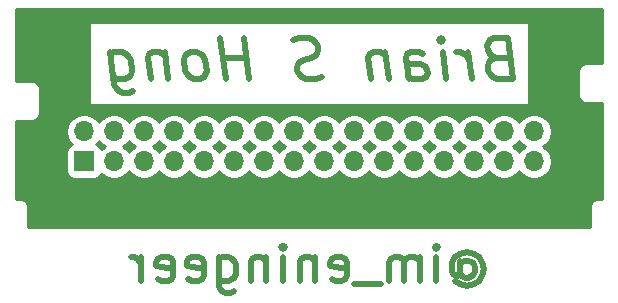
<source format=gbr>
G04 #@! TF.GenerationSoftware,KiCad,Pcbnew,5.1.5-52549c5~84~ubuntu18.04.1*
G04 #@! TF.CreationDate,2020-01-08T15:02:31-08:00*
G04 #@! TF.ProjectId,Breakout,42726561-6b6f-4757-942e-6b696361645f,A*
G04 #@! TF.SameCoordinates,Original*
G04 #@! TF.FileFunction,Copper,L2,Bot*
G04 #@! TF.FilePolarity,Positive*
%FSLAX46Y46*%
G04 Gerber Fmt 4.6, Leading zero omitted, Abs format (unit mm)*
G04 Created by KiCad (PCBNEW 5.1.5-52549c5~84~ubuntu18.04.1) date 2020-01-08 15:02:31*
%MOMM*%
%LPD*%
G04 APERTURE LIST*
%ADD10C,0.500000*%
%ADD11O,1.700000X1.700000*%
%ADD12R,1.700000X1.700000*%
%ADD13C,0.254000*%
G04 APERTURE END LIST*
D10*
X152485714Y-98228571D02*
X152628571Y-98085714D01*
X152914285Y-97942857D01*
X153200000Y-97942857D01*
X153485714Y-98085714D01*
X153628571Y-98228571D01*
X153771428Y-98514285D01*
X153771428Y-98800000D01*
X153628571Y-99085714D01*
X153485714Y-99228571D01*
X153200000Y-99371428D01*
X152914285Y-99371428D01*
X152628571Y-99228571D01*
X152485714Y-99085714D01*
X152485714Y-97942857D02*
X152485714Y-99085714D01*
X152342857Y-99228571D01*
X152200000Y-99228571D01*
X151914285Y-99085714D01*
X151771428Y-98800000D01*
X151771428Y-98085714D01*
X152057142Y-97657142D01*
X152485714Y-97371428D01*
X153057142Y-97228571D01*
X153628571Y-97371428D01*
X154057142Y-97657142D01*
X154342857Y-98085714D01*
X154485714Y-98657142D01*
X154342857Y-99228571D01*
X154057142Y-99657142D01*
X153628571Y-99942857D01*
X153057142Y-100085714D01*
X152485714Y-99942857D01*
X152057142Y-99657142D01*
X150485714Y-99657142D02*
X150485714Y-97657142D01*
X150485714Y-96657142D02*
X150628571Y-96800000D01*
X150485714Y-96942857D01*
X150342857Y-96800000D01*
X150485714Y-96657142D01*
X150485714Y-96942857D01*
X149057142Y-99657142D02*
X149057142Y-97657142D01*
X149057142Y-97942857D02*
X148914285Y-97800000D01*
X148628571Y-97657142D01*
X148200000Y-97657142D01*
X147914285Y-97800000D01*
X147771428Y-98085714D01*
X147771428Y-99657142D01*
X147771428Y-98085714D02*
X147628571Y-97800000D01*
X147342857Y-97657142D01*
X146914285Y-97657142D01*
X146628571Y-97800000D01*
X146485714Y-98085714D01*
X146485714Y-99657142D01*
X145771428Y-99942857D02*
X143485714Y-99942857D01*
X141628571Y-99514285D02*
X141914285Y-99657142D01*
X142485714Y-99657142D01*
X142771428Y-99514285D01*
X142914285Y-99228571D01*
X142914285Y-98085714D01*
X142771428Y-97800000D01*
X142485714Y-97657142D01*
X141914285Y-97657142D01*
X141628571Y-97800000D01*
X141485714Y-98085714D01*
X141485714Y-98371428D01*
X142914285Y-98657142D01*
X140200000Y-97657142D02*
X140200000Y-99657142D01*
X140200000Y-97942857D02*
X140057142Y-97800000D01*
X139771428Y-97657142D01*
X139342857Y-97657142D01*
X139057142Y-97800000D01*
X138914285Y-98085714D01*
X138914285Y-99657142D01*
X137485714Y-99657142D02*
X137485714Y-97657142D01*
X137485714Y-96657142D02*
X137628571Y-96800000D01*
X137485714Y-96942857D01*
X137342857Y-96800000D01*
X137485714Y-96657142D01*
X137485714Y-96942857D01*
X136057142Y-97657142D02*
X136057142Y-99657142D01*
X136057142Y-97942857D02*
X135914285Y-97800000D01*
X135628571Y-97657142D01*
X135200000Y-97657142D01*
X134914285Y-97800000D01*
X134771428Y-98085714D01*
X134771428Y-99657142D01*
X132057142Y-97657142D02*
X132057142Y-100085714D01*
X132199999Y-100371428D01*
X132342857Y-100514285D01*
X132628571Y-100657142D01*
X133057142Y-100657142D01*
X133342857Y-100514285D01*
X132057142Y-99514285D02*
X132342857Y-99657142D01*
X132914285Y-99657142D01*
X133199999Y-99514285D01*
X133342857Y-99371428D01*
X133485714Y-99085714D01*
X133485714Y-98228571D01*
X133342857Y-97942857D01*
X133199999Y-97800000D01*
X132914285Y-97657142D01*
X132342857Y-97657142D01*
X132057142Y-97800000D01*
X129485714Y-99514285D02*
X129771428Y-99657142D01*
X130342857Y-99657142D01*
X130628571Y-99514285D01*
X130771428Y-99228571D01*
X130771428Y-98085714D01*
X130628571Y-97800000D01*
X130342857Y-97657142D01*
X129771428Y-97657142D01*
X129485714Y-97800000D01*
X129342857Y-98085714D01*
X129342857Y-98371428D01*
X130771428Y-98657142D01*
X126914285Y-99514285D02*
X127199999Y-99657142D01*
X127771428Y-99657142D01*
X128057142Y-99514285D01*
X128199999Y-99228571D01*
X128199999Y-98085714D01*
X128057142Y-97800000D01*
X127771428Y-97657142D01*
X127199999Y-97657142D01*
X126914285Y-97800000D01*
X126771428Y-98085714D01*
X126771428Y-98371428D01*
X128199999Y-98657142D01*
X125485714Y-99657142D02*
X125485714Y-97657142D01*
X125485714Y-98228571D02*
X125342857Y-97942857D01*
X125199999Y-97800000D01*
X124914285Y-97657142D01*
X124628571Y-97657142D01*
X155568750Y-80750000D02*
X155089583Y-80916666D01*
X154943750Y-81083333D01*
X154818750Y-81416666D01*
X154881250Y-81916666D01*
X155089583Y-82250000D01*
X155277083Y-82416666D01*
X155631250Y-82583333D01*
X156964583Y-82583333D01*
X156527083Y-79083333D01*
X155360416Y-79083333D01*
X155047916Y-79250000D01*
X154902083Y-79416666D01*
X154777083Y-79750000D01*
X154818750Y-80083333D01*
X155027083Y-80416666D01*
X155214583Y-80583333D01*
X155568750Y-80750000D01*
X156735416Y-80750000D01*
X153464583Y-82583333D02*
X153172916Y-80250000D01*
X153256250Y-80916666D02*
X153047916Y-80583333D01*
X152860416Y-80416666D01*
X152506250Y-80250000D01*
X152172916Y-80250000D01*
X151297916Y-82583333D02*
X151006250Y-80250000D01*
X150860416Y-79083333D02*
X151047916Y-79250000D01*
X150902083Y-79416666D01*
X150714583Y-79250000D01*
X150860416Y-79083333D01*
X150902083Y-79416666D01*
X148131250Y-82583333D02*
X147902083Y-80750000D01*
X148027083Y-80416666D01*
X148339583Y-80250000D01*
X149006250Y-80250000D01*
X149360416Y-80416666D01*
X148110416Y-82416666D02*
X148464583Y-82583333D01*
X149297916Y-82583333D01*
X149610416Y-82416666D01*
X149735416Y-82083333D01*
X149693750Y-81750000D01*
X149485416Y-81416666D01*
X149131250Y-81250000D01*
X148297916Y-81250000D01*
X147943750Y-81083333D01*
X146172916Y-80250000D02*
X146464583Y-82583333D01*
X146214583Y-80583333D02*
X146027083Y-80416666D01*
X145672916Y-80250000D01*
X145172916Y-80250000D01*
X144860416Y-80416666D01*
X144735416Y-80750000D01*
X144964583Y-82583333D01*
X140777083Y-82416666D02*
X140297916Y-82583333D01*
X139464583Y-82583333D01*
X139110416Y-82416666D01*
X138922916Y-82250000D01*
X138714583Y-81916666D01*
X138672916Y-81583333D01*
X138797916Y-81250000D01*
X138943750Y-81083333D01*
X139256250Y-80916666D01*
X139902083Y-80750000D01*
X140214583Y-80583333D01*
X140360416Y-80416666D01*
X140485416Y-80083333D01*
X140443750Y-79750000D01*
X140235416Y-79416666D01*
X140047916Y-79250000D01*
X139693750Y-79083333D01*
X138860416Y-79083333D01*
X138381250Y-79250000D01*
X134631250Y-82583333D02*
X134193750Y-79083333D01*
X134402083Y-80750000D02*
X132402083Y-80750000D01*
X132631250Y-82583333D02*
X132193750Y-79083333D01*
X130464583Y-82583333D02*
X130777083Y-82416666D01*
X130922916Y-82250000D01*
X131047916Y-81916666D01*
X130922916Y-80916666D01*
X130714583Y-80583333D01*
X130527083Y-80416666D01*
X130172916Y-80250000D01*
X129672916Y-80250000D01*
X129360416Y-80416666D01*
X129214583Y-80583333D01*
X129089583Y-80916666D01*
X129214583Y-81916666D01*
X129422916Y-82250000D01*
X129610416Y-82416666D01*
X129964583Y-82583333D01*
X130464583Y-82583333D01*
X127506250Y-80250000D02*
X127797916Y-82583333D01*
X127547916Y-80583333D02*
X127360416Y-80416666D01*
X127006250Y-80250000D01*
X126506250Y-80250000D01*
X126193750Y-80416666D01*
X126068750Y-80750000D01*
X126297916Y-82583333D01*
X122839583Y-80250000D02*
X123193750Y-83083333D01*
X123402083Y-83416666D01*
X123589583Y-83583333D01*
X123943750Y-83750000D01*
X124443750Y-83750000D01*
X124756250Y-83583333D01*
X123110416Y-82416666D02*
X123464583Y-82583333D01*
X124131250Y-82583333D01*
X124443750Y-82416666D01*
X124589583Y-82250000D01*
X124714583Y-81916666D01*
X124589583Y-80916666D01*
X124381250Y-80583333D01*
X124193750Y-80416666D01*
X123839583Y-80250000D01*
X123172916Y-80250000D01*
X122860416Y-80416666D01*
D11*
X158750000Y-86995000D03*
X158750000Y-89535000D03*
X156210000Y-86995000D03*
X156210000Y-89535000D03*
X153670000Y-86995000D03*
X153670000Y-89535000D03*
X151130000Y-86995000D03*
X151130000Y-89535000D03*
X148590000Y-86995000D03*
X148590000Y-89535000D03*
X146050000Y-86995000D03*
X146050000Y-89535000D03*
X143510000Y-86995000D03*
X143510000Y-89535000D03*
X140970000Y-86995000D03*
X140970000Y-89535000D03*
X138430000Y-86995000D03*
X138430000Y-89535000D03*
X135890000Y-86995000D03*
X135890000Y-89535000D03*
X133350000Y-86995000D03*
X133350000Y-89535000D03*
X130810000Y-86995000D03*
X130810000Y-89535000D03*
X128270000Y-86995000D03*
X128270000Y-89535000D03*
X125730000Y-86995000D03*
X125730000Y-89535000D03*
X123190000Y-86995000D03*
X123190000Y-89535000D03*
X120650000Y-86995000D03*
D12*
X120650000Y-89535000D03*
D13*
G36*
X164490000Y-81190000D02*
G01*
X163234877Y-81190000D01*
X163200000Y-81186565D01*
X163165123Y-81190000D01*
X163060816Y-81200273D01*
X162926980Y-81240872D01*
X162803637Y-81306800D01*
X162695525Y-81395525D01*
X162606800Y-81503637D01*
X162540872Y-81626980D01*
X162500273Y-81760816D01*
X162486565Y-81900000D01*
X162490000Y-81934876D01*
X162490001Y-83865113D01*
X162486565Y-83900000D01*
X162500273Y-84039184D01*
X162540872Y-84173020D01*
X162606800Y-84296363D01*
X162695525Y-84404475D01*
X162803637Y-84493200D01*
X162926980Y-84559128D01*
X163060816Y-84599727D01*
X163165123Y-84610000D01*
X163200000Y-84613435D01*
X163234877Y-84610000D01*
X164490001Y-84610000D01*
X164490000Y-92690000D01*
X164234877Y-92690000D01*
X164200000Y-92686565D01*
X164165123Y-92690000D01*
X164060816Y-92700273D01*
X163926980Y-92740872D01*
X163803637Y-92806800D01*
X163695525Y-92895525D01*
X163606800Y-93003637D01*
X163540872Y-93126980D01*
X163500273Y-93260816D01*
X163486565Y-93400000D01*
X163490000Y-93434876D01*
X163490000Y-95123000D01*
X115910000Y-95123000D01*
X115910000Y-93434876D01*
X115913435Y-93400000D01*
X115899727Y-93260816D01*
X115859128Y-93126980D01*
X115793200Y-93003637D01*
X115704475Y-92895525D01*
X115596363Y-92806800D01*
X115473020Y-92740872D01*
X115339184Y-92700273D01*
X115234877Y-92690000D01*
X115200000Y-92686565D01*
X115165123Y-92690000D01*
X114910000Y-92690000D01*
X114910000Y-88685000D01*
X119161928Y-88685000D01*
X119161928Y-90385000D01*
X119174188Y-90509482D01*
X119210498Y-90629180D01*
X119269463Y-90739494D01*
X119348815Y-90836185D01*
X119445506Y-90915537D01*
X119555820Y-90974502D01*
X119675518Y-91010812D01*
X119800000Y-91023072D01*
X121500000Y-91023072D01*
X121624482Y-91010812D01*
X121744180Y-90974502D01*
X121854494Y-90915537D01*
X121951185Y-90836185D01*
X122030537Y-90739494D01*
X122089502Y-90629180D01*
X122111513Y-90556620D01*
X122243368Y-90688475D01*
X122486589Y-90850990D01*
X122756842Y-90962932D01*
X123043740Y-91020000D01*
X123336260Y-91020000D01*
X123623158Y-90962932D01*
X123893411Y-90850990D01*
X124136632Y-90688475D01*
X124343475Y-90481632D01*
X124460000Y-90307240D01*
X124576525Y-90481632D01*
X124783368Y-90688475D01*
X125026589Y-90850990D01*
X125296842Y-90962932D01*
X125583740Y-91020000D01*
X125876260Y-91020000D01*
X126163158Y-90962932D01*
X126433411Y-90850990D01*
X126676632Y-90688475D01*
X126883475Y-90481632D01*
X127000000Y-90307240D01*
X127116525Y-90481632D01*
X127323368Y-90688475D01*
X127566589Y-90850990D01*
X127836842Y-90962932D01*
X128123740Y-91020000D01*
X128416260Y-91020000D01*
X128703158Y-90962932D01*
X128973411Y-90850990D01*
X129216632Y-90688475D01*
X129423475Y-90481632D01*
X129540000Y-90307240D01*
X129656525Y-90481632D01*
X129863368Y-90688475D01*
X130106589Y-90850990D01*
X130376842Y-90962932D01*
X130663740Y-91020000D01*
X130956260Y-91020000D01*
X131243158Y-90962932D01*
X131513411Y-90850990D01*
X131756632Y-90688475D01*
X131963475Y-90481632D01*
X132080000Y-90307240D01*
X132196525Y-90481632D01*
X132403368Y-90688475D01*
X132646589Y-90850990D01*
X132916842Y-90962932D01*
X133203740Y-91020000D01*
X133496260Y-91020000D01*
X133783158Y-90962932D01*
X134053411Y-90850990D01*
X134296632Y-90688475D01*
X134503475Y-90481632D01*
X134620000Y-90307240D01*
X134736525Y-90481632D01*
X134943368Y-90688475D01*
X135186589Y-90850990D01*
X135456842Y-90962932D01*
X135743740Y-91020000D01*
X136036260Y-91020000D01*
X136323158Y-90962932D01*
X136593411Y-90850990D01*
X136836632Y-90688475D01*
X137043475Y-90481632D01*
X137160000Y-90307240D01*
X137276525Y-90481632D01*
X137483368Y-90688475D01*
X137726589Y-90850990D01*
X137996842Y-90962932D01*
X138283740Y-91020000D01*
X138576260Y-91020000D01*
X138863158Y-90962932D01*
X139133411Y-90850990D01*
X139376632Y-90688475D01*
X139583475Y-90481632D01*
X139700000Y-90307240D01*
X139816525Y-90481632D01*
X140023368Y-90688475D01*
X140266589Y-90850990D01*
X140536842Y-90962932D01*
X140823740Y-91020000D01*
X141116260Y-91020000D01*
X141403158Y-90962932D01*
X141673411Y-90850990D01*
X141916632Y-90688475D01*
X142123475Y-90481632D01*
X142240000Y-90307240D01*
X142356525Y-90481632D01*
X142563368Y-90688475D01*
X142806589Y-90850990D01*
X143076842Y-90962932D01*
X143363740Y-91020000D01*
X143656260Y-91020000D01*
X143943158Y-90962932D01*
X144213411Y-90850990D01*
X144456632Y-90688475D01*
X144663475Y-90481632D01*
X144780000Y-90307240D01*
X144896525Y-90481632D01*
X145103368Y-90688475D01*
X145346589Y-90850990D01*
X145616842Y-90962932D01*
X145903740Y-91020000D01*
X146196260Y-91020000D01*
X146483158Y-90962932D01*
X146753411Y-90850990D01*
X146996632Y-90688475D01*
X147203475Y-90481632D01*
X147320000Y-90307240D01*
X147436525Y-90481632D01*
X147643368Y-90688475D01*
X147886589Y-90850990D01*
X148156842Y-90962932D01*
X148443740Y-91020000D01*
X148736260Y-91020000D01*
X149023158Y-90962932D01*
X149293411Y-90850990D01*
X149536632Y-90688475D01*
X149743475Y-90481632D01*
X149860000Y-90307240D01*
X149976525Y-90481632D01*
X150183368Y-90688475D01*
X150426589Y-90850990D01*
X150696842Y-90962932D01*
X150983740Y-91020000D01*
X151276260Y-91020000D01*
X151563158Y-90962932D01*
X151833411Y-90850990D01*
X152076632Y-90688475D01*
X152283475Y-90481632D01*
X152400000Y-90307240D01*
X152516525Y-90481632D01*
X152723368Y-90688475D01*
X152966589Y-90850990D01*
X153236842Y-90962932D01*
X153523740Y-91020000D01*
X153816260Y-91020000D01*
X154103158Y-90962932D01*
X154373411Y-90850990D01*
X154616632Y-90688475D01*
X154823475Y-90481632D01*
X154940000Y-90307240D01*
X155056525Y-90481632D01*
X155263368Y-90688475D01*
X155506589Y-90850990D01*
X155776842Y-90962932D01*
X156063740Y-91020000D01*
X156356260Y-91020000D01*
X156643158Y-90962932D01*
X156913411Y-90850990D01*
X157156632Y-90688475D01*
X157363475Y-90481632D01*
X157480000Y-90307240D01*
X157596525Y-90481632D01*
X157803368Y-90688475D01*
X158046589Y-90850990D01*
X158316842Y-90962932D01*
X158603740Y-91020000D01*
X158896260Y-91020000D01*
X159183158Y-90962932D01*
X159453411Y-90850990D01*
X159696632Y-90688475D01*
X159903475Y-90481632D01*
X160065990Y-90238411D01*
X160177932Y-89968158D01*
X160235000Y-89681260D01*
X160235000Y-89388740D01*
X160177932Y-89101842D01*
X160065990Y-88831589D01*
X159903475Y-88588368D01*
X159696632Y-88381525D01*
X159522240Y-88265000D01*
X159696632Y-88148475D01*
X159903475Y-87941632D01*
X160065990Y-87698411D01*
X160177932Y-87428158D01*
X160235000Y-87141260D01*
X160235000Y-86848740D01*
X160177932Y-86561842D01*
X160065990Y-86291589D01*
X159903475Y-86048368D01*
X159696632Y-85841525D01*
X159453411Y-85679010D01*
X159183158Y-85567068D01*
X158896260Y-85510000D01*
X158603740Y-85510000D01*
X158316842Y-85567068D01*
X158046589Y-85679010D01*
X157803368Y-85841525D01*
X157596525Y-86048368D01*
X157480000Y-86222760D01*
X157363475Y-86048368D01*
X157156632Y-85841525D01*
X156913411Y-85679010D01*
X156643158Y-85567068D01*
X156356260Y-85510000D01*
X156063740Y-85510000D01*
X155776842Y-85567068D01*
X155506589Y-85679010D01*
X155263368Y-85841525D01*
X155056525Y-86048368D01*
X154940000Y-86222760D01*
X154823475Y-86048368D01*
X154616632Y-85841525D01*
X154373411Y-85679010D01*
X154103158Y-85567068D01*
X153816260Y-85510000D01*
X153523740Y-85510000D01*
X153236842Y-85567068D01*
X152966589Y-85679010D01*
X152723368Y-85841525D01*
X152516525Y-86048368D01*
X152400000Y-86222760D01*
X152283475Y-86048368D01*
X152076632Y-85841525D01*
X151833411Y-85679010D01*
X151563158Y-85567068D01*
X151276260Y-85510000D01*
X150983740Y-85510000D01*
X150696842Y-85567068D01*
X150426589Y-85679010D01*
X150183368Y-85841525D01*
X149976525Y-86048368D01*
X149860000Y-86222760D01*
X149743475Y-86048368D01*
X149536632Y-85841525D01*
X149293411Y-85679010D01*
X149023158Y-85567068D01*
X148736260Y-85510000D01*
X148443740Y-85510000D01*
X148156842Y-85567068D01*
X147886589Y-85679010D01*
X147643368Y-85841525D01*
X147436525Y-86048368D01*
X147320000Y-86222760D01*
X147203475Y-86048368D01*
X146996632Y-85841525D01*
X146753411Y-85679010D01*
X146483158Y-85567068D01*
X146196260Y-85510000D01*
X145903740Y-85510000D01*
X145616842Y-85567068D01*
X145346589Y-85679010D01*
X145103368Y-85841525D01*
X144896525Y-86048368D01*
X144780000Y-86222760D01*
X144663475Y-86048368D01*
X144456632Y-85841525D01*
X144213411Y-85679010D01*
X143943158Y-85567068D01*
X143656260Y-85510000D01*
X143363740Y-85510000D01*
X143076842Y-85567068D01*
X142806589Y-85679010D01*
X142563368Y-85841525D01*
X142356525Y-86048368D01*
X142240000Y-86222760D01*
X142123475Y-86048368D01*
X141916632Y-85841525D01*
X141673411Y-85679010D01*
X141403158Y-85567068D01*
X141116260Y-85510000D01*
X140823740Y-85510000D01*
X140536842Y-85567068D01*
X140266589Y-85679010D01*
X140023368Y-85841525D01*
X139816525Y-86048368D01*
X139700000Y-86222760D01*
X139583475Y-86048368D01*
X139376632Y-85841525D01*
X139133411Y-85679010D01*
X138863158Y-85567068D01*
X138576260Y-85510000D01*
X138283740Y-85510000D01*
X137996842Y-85567068D01*
X137726589Y-85679010D01*
X137483368Y-85841525D01*
X137276525Y-86048368D01*
X137160000Y-86222760D01*
X137043475Y-86048368D01*
X136836632Y-85841525D01*
X136593411Y-85679010D01*
X136323158Y-85567068D01*
X136036260Y-85510000D01*
X135743740Y-85510000D01*
X135456842Y-85567068D01*
X135186589Y-85679010D01*
X134943368Y-85841525D01*
X134736525Y-86048368D01*
X134620000Y-86222760D01*
X134503475Y-86048368D01*
X134296632Y-85841525D01*
X134053411Y-85679010D01*
X133783158Y-85567068D01*
X133496260Y-85510000D01*
X133203740Y-85510000D01*
X132916842Y-85567068D01*
X132646589Y-85679010D01*
X132403368Y-85841525D01*
X132196525Y-86048368D01*
X132080000Y-86222760D01*
X131963475Y-86048368D01*
X131756632Y-85841525D01*
X131513411Y-85679010D01*
X131243158Y-85567068D01*
X130956260Y-85510000D01*
X130663740Y-85510000D01*
X130376842Y-85567068D01*
X130106589Y-85679010D01*
X129863368Y-85841525D01*
X129656525Y-86048368D01*
X129540000Y-86222760D01*
X129423475Y-86048368D01*
X129216632Y-85841525D01*
X128973411Y-85679010D01*
X128703158Y-85567068D01*
X128416260Y-85510000D01*
X128123740Y-85510000D01*
X127836842Y-85567068D01*
X127566589Y-85679010D01*
X127323368Y-85841525D01*
X127116525Y-86048368D01*
X127000000Y-86222760D01*
X126883475Y-86048368D01*
X126676632Y-85841525D01*
X126433411Y-85679010D01*
X126163158Y-85567068D01*
X125876260Y-85510000D01*
X125583740Y-85510000D01*
X125296842Y-85567068D01*
X125026589Y-85679010D01*
X124783368Y-85841525D01*
X124576525Y-86048368D01*
X124460000Y-86222760D01*
X124343475Y-86048368D01*
X124136632Y-85841525D01*
X123893411Y-85679010D01*
X123623158Y-85567068D01*
X123336260Y-85510000D01*
X123043740Y-85510000D01*
X122756842Y-85567068D01*
X122486589Y-85679010D01*
X122243368Y-85841525D01*
X122036525Y-86048368D01*
X121920000Y-86222760D01*
X121803475Y-86048368D01*
X121596632Y-85841525D01*
X121353411Y-85679010D01*
X121083158Y-85567068D01*
X120796260Y-85510000D01*
X120503740Y-85510000D01*
X120216842Y-85567068D01*
X119946589Y-85679010D01*
X119703368Y-85841525D01*
X119496525Y-86048368D01*
X119334010Y-86291589D01*
X119222068Y-86561842D01*
X119165000Y-86848740D01*
X119165000Y-87141260D01*
X119222068Y-87428158D01*
X119334010Y-87698411D01*
X119496525Y-87941632D01*
X119628380Y-88073487D01*
X119555820Y-88095498D01*
X119445506Y-88154463D01*
X119348815Y-88233815D01*
X119269463Y-88330506D01*
X119210498Y-88440820D01*
X119174188Y-88560518D01*
X119161928Y-88685000D01*
X114910000Y-88685000D01*
X114910000Y-86110000D01*
X116165123Y-86110000D01*
X116200000Y-86113435D01*
X116234877Y-86110000D01*
X116339184Y-86099727D01*
X116473020Y-86059128D01*
X116596363Y-85993200D01*
X116704475Y-85904475D01*
X116793200Y-85796363D01*
X116859128Y-85673020D01*
X116899727Y-85539184D01*
X116913435Y-85400000D01*
X116910000Y-85365123D01*
X116910000Y-83434876D01*
X116913435Y-83400000D01*
X116899727Y-83260816D01*
X116859128Y-83126980D01*
X116793200Y-83003637D01*
X116704475Y-82895525D01*
X116596363Y-82806800D01*
X116473020Y-82740872D01*
X116339184Y-82700273D01*
X116234877Y-82690000D01*
X116200000Y-82686565D01*
X116165123Y-82690000D01*
X114910000Y-82690000D01*
X114910000Y-77720000D01*
X121065000Y-77720000D01*
X121065000Y-84740000D01*
X158335000Y-84740000D01*
X158335000Y-77720000D01*
X121065000Y-77720000D01*
X114910000Y-77720000D01*
X114910000Y-76610000D01*
X164490001Y-76610000D01*
X164490000Y-81190000D01*
G37*
X164490000Y-81190000D02*
X163234877Y-81190000D01*
X163200000Y-81186565D01*
X163165123Y-81190000D01*
X163060816Y-81200273D01*
X162926980Y-81240872D01*
X162803637Y-81306800D01*
X162695525Y-81395525D01*
X162606800Y-81503637D01*
X162540872Y-81626980D01*
X162500273Y-81760816D01*
X162486565Y-81900000D01*
X162490000Y-81934876D01*
X162490001Y-83865113D01*
X162486565Y-83900000D01*
X162500273Y-84039184D01*
X162540872Y-84173020D01*
X162606800Y-84296363D01*
X162695525Y-84404475D01*
X162803637Y-84493200D01*
X162926980Y-84559128D01*
X163060816Y-84599727D01*
X163165123Y-84610000D01*
X163200000Y-84613435D01*
X163234877Y-84610000D01*
X164490001Y-84610000D01*
X164490000Y-92690000D01*
X164234877Y-92690000D01*
X164200000Y-92686565D01*
X164165123Y-92690000D01*
X164060816Y-92700273D01*
X163926980Y-92740872D01*
X163803637Y-92806800D01*
X163695525Y-92895525D01*
X163606800Y-93003637D01*
X163540872Y-93126980D01*
X163500273Y-93260816D01*
X163486565Y-93400000D01*
X163490000Y-93434876D01*
X163490000Y-95123000D01*
X115910000Y-95123000D01*
X115910000Y-93434876D01*
X115913435Y-93400000D01*
X115899727Y-93260816D01*
X115859128Y-93126980D01*
X115793200Y-93003637D01*
X115704475Y-92895525D01*
X115596363Y-92806800D01*
X115473020Y-92740872D01*
X115339184Y-92700273D01*
X115234877Y-92690000D01*
X115200000Y-92686565D01*
X115165123Y-92690000D01*
X114910000Y-92690000D01*
X114910000Y-88685000D01*
X119161928Y-88685000D01*
X119161928Y-90385000D01*
X119174188Y-90509482D01*
X119210498Y-90629180D01*
X119269463Y-90739494D01*
X119348815Y-90836185D01*
X119445506Y-90915537D01*
X119555820Y-90974502D01*
X119675518Y-91010812D01*
X119800000Y-91023072D01*
X121500000Y-91023072D01*
X121624482Y-91010812D01*
X121744180Y-90974502D01*
X121854494Y-90915537D01*
X121951185Y-90836185D01*
X122030537Y-90739494D01*
X122089502Y-90629180D01*
X122111513Y-90556620D01*
X122243368Y-90688475D01*
X122486589Y-90850990D01*
X122756842Y-90962932D01*
X123043740Y-91020000D01*
X123336260Y-91020000D01*
X123623158Y-90962932D01*
X123893411Y-90850990D01*
X124136632Y-90688475D01*
X124343475Y-90481632D01*
X124460000Y-90307240D01*
X124576525Y-90481632D01*
X124783368Y-90688475D01*
X125026589Y-90850990D01*
X125296842Y-90962932D01*
X125583740Y-91020000D01*
X125876260Y-91020000D01*
X126163158Y-90962932D01*
X126433411Y-90850990D01*
X126676632Y-90688475D01*
X126883475Y-90481632D01*
X127000000Y-90307240D01*
X127116525Y-90481632D01*
X127323368Y-90688475D01*
X127566589Y-90850990D01*
X127836842Y-90962932D01*
X128123740Y-91020000D01*
X128416260Y-91020000D01*
X128703158Y-90962932D01*
X128973411Y-90850990D01*
X129216632Y-90688475D01*
X129423475Y-90481632D01*
X129540000Y-90307240D01*
X129656525Y-90481632D01*
X129863368Y-90688475D01*
X130106589Y-90850990D01*
X130376842Y-90962932D01*
X130663740Y-91020000D01*
X130956260Y-91020000D01*
X131243158Y-90962932D01*
X131513411Y-90850990D01*
X131756632Y-90688475D01*
X131963475Y-90481632D01*
X132080000Y-90307240D01*
X132196525Y-90481632D01*
X132403368Y-90688475D01*
X132646589Y-90850990D01*
X132916842Y-90962932D01*
X133203740Y-91020000D01*
X133496260Y-91020000D01*
X133783158Y-90962932D01*
X134053411Y-90850990D01*
X134296632Y-90688475D01*
X134503475Y-90481632D01*
X134620000Y-90307240D01*
X134736525Y-90481632D01*
X134943368Y-90688475D01*
X135186589Y-90850990D01*
X135456842Y-90962932D01*
X135743740Y-91020000D01*
X136036260Y-91020000D01*
X136323158Y-90962932D01*
X136593411Y-90850990D01*
X136836632Y-90688475D01*
X137043475Y-90481632D01*
X137160000Y-90307240D01*
X137276525Y-90481632D01*
X137483368Y-90688475D01*
X137726589Y-90850990D01*
X137996842Y-90962932D01*
X138283740Y-91020000D01*
X138576260Y-91020000D01*
X138863158Y-90962932D01*
X139133411Y-90850990D01*
X139376632Y-90688475D01*
X139583475Y-90481632D01*
X139700000Y-90307240D01*
X139816525Y-90481632D01*
X140023368Y-90688475D01*
X140266589Y-90850990D01*
X140536842Y-90962932D01*
X140823740Y-91020000D01*
X141116260Y-91020000D01*
X141403158Y-90962932D01*
X141673411Y-90850990D01*
X141916632Y-90688475D01*
X142123475Y-90481632D01*
X142240000Y-90307240D01*
X142356525Y-90481632D01*
X142563368Y-90688475D01*
X142806589Y-90850990D01*
X143076842Y-90962932D01*
X143363740Y-91020000D01*
X143656260Y-91020000D01*
X143943158Y-90962932D01*
X144213411Y-90850990D01*
X144456632Y-90688475D01*
X144663475Y-90481632D01*
X144780000Y-90307240D01*
X144896525Y-90481632D01*
X145103368Y-90688475D01*
X145346589Y-90850990D01*
X145616842Y-90962932D01*
X145903740Y-91020000D01*
X146196260Y-91020000D01*
X146483158Y-90962932D01*
X146753411Y-90850990D01*
X146996632Y-90688475D01*
X147203475Y-90481632D01*
X147320000Y-90307240D01*
X147436525Y-90481632D01*
X147643368Y-90688475D01*
X147886589Y-90850990D01*
X148156842Y-90962932D01*
X148443740Y-91020000D01*
X148736260Y-91020000D01*
X149023158Y-90962932D01*
X149293411Y-90850990D01*
X149536632Y-90688475D01*
X149743475Y-90481632D01*
X149860000Y-90307240D01*
X149976525Y-90481632D01*
X150183368Y-90688475D01*
X150426589Y-90850990D01*
X150696842Y-90962932D01*
X150983740Y-91020000D01*
X151276260Y-91020000D01*
X151563158Y-90962932D01*
X151833411Y-90850990D01*
X152076632Y-90688475D01*
X152283475Y-90481632D01*
X152400000Y-90307240D01*
X152516525Y-90481632D01*
X152723368Y-90688475D01*
X152966589Y-90850990D01*
X153236842Y-90962932D01*
X153523740Y-91020000D01*
X153816260Y-91020000D01*
X154103158Y-90962932D01*
X154373411Y-90850990D01*
X154616632Y-90688475D01*
X154823475Y-90481632D01*
X154940000Y-90307240D01*
X155056525Y-90481632D01*
X155263368Y-90688475D01*
X155506589Y-90850990D01*
X155776842Y-90962932D01*
X156063740Y-91020000D01*
X156356260Y-91020000D01*
X156643158Y-90962932D01*
X156913411Y-90850990D01*
X157156632Y-90688475D01*
X157363475Y-90481632D01*
X157480000Y-90307240D01*
X157596525Y-90481632D01*
X157803368Y-90688475D01*
X158046589Y-90850990D01*
X158316842Y-90962932D01*
X158603740Y-91020000D01*
X158896260Y-91020000D01*
X159183158Y-90962932D01*
X159453411Y-90850990D01*
X159696632Y-90688475D01*
X159903475Y-90481632D01*
X160065990Y-90238411D01*
X160177932Y-89968158D01*
X160235000Y-89681260D01*
X160235000Y-89388740D01*
X160177932Y-89101842D01*
X160065990Y-88831589D01*
X159903475Y-88588368D01*
X159696632Y-88381525D01*
X159522240Y-88265000D01*
X159696632Y-88148475D01*
X159903475Y-87941632D01*
X160065990Y-87698411D01*
X160177932Y-87428158D01*
X160235000Y-87141260D01*
X160235000Y-86848740D01*
X160177932Y-86561842D01*
X160065990Y-86291589D01*
X159903475Y-86048368D01*
X159696632Y-85841525D01*
X159453411Y-85679010D01*
X159183158Y-85567068D01*
X158896260Y-85510000D01*
X158603740Y-85510000D01*
X158316842Y-85567068D01*
X158046589Y-85679010D01*
X157803368Y-85841525D01*
X157596525Y-86048368D01*
X157480000Y-86222760D01*
X157363475Y-86048368D01*
X157156632Y-85841525D01*
X156913411Y-85679010D01*
X156643158Y-85567068D01*
X156356260Y-85510000D01*
X156063740Y-85510000D01*
X155776842Y-85567068D01*
X155506589Y-85679010D01*
X155263368Y-85841525D01*
X155056525Y-86048368D01*
X154940000Y-86222760D01*
X154823475Y-86048368D01*
X154616632Y-85841525D01*
X154373411Y-85679010D01*
X154103158Y-85567068D01*
X153816260Y-85510000D01*
X153523740Y-85510000D01*
X153236842Y-85567068D01*
X152966589Y-85679010D01*
X152723368Y-85841525D01*
X152516525Y-86048368D01*
X152400000Y-86222760D01*
X152283475Y-86048368D01*
X152076632Y-85841525D01*
X151833411Y-85679010D01*
X151563158Y-85567068D01*
X151276260Y-85510000D01*
X150983740Y-85510000D01*
X150696842Y-85567068D01*
X150426589Y-85679010D01*
X150183368Y-85841525D01*
X149976525Y-86048368D01*
X149860000Y-86222760D01*
X149743475Y-86048368D01*
X149536632Y-85841525D01*
X149293411Y-85679010D01*
X149023158Y-85567068D01*
X148736260Y-85510000D01*
X148443740Y-85510000D01*
X148156842Y-85567068D01*
X147886589Y-85679010D01*
X147643368Y-85841525D01*
X147436525Y-86048368D01*
X147320000Y-86222760D01*
X147203475Y-86048368D01*
X146996632Y-85841525D01*
X146753411Y-85679010D01*
X146483158Y-85567068D01*
X146196260Y-85510000D01*
X145903740Y-85510000D01*
X145616842Y-85567068D01*
X145346589Y-85679010D01*
X145103368Y-85841525D01*
X144896525Y-86048368D01*
X144780000Y-86222760D01*
X144663475Y-86048368D01*
X144456632Y-85841525D01*
X144213411Y-85679010D01*
X143943158Y-85567068D01*
X143656260Y-85510000D01*
X143363740Y-85510000D01*
X143076842Y-85567068D01*
X142806589Y-85679010D01*
X142563368Y-85841525D01*
X142356525Y-86048368D01*
X142240000Y-86222760D01*
X142123475Y-86048368D01*
X141916632Y-85841525D01*
X141673411Y-85679010D01*
X141403158Y-85567068D01*
X141116260Y-85510000D01*
X140823740Y-85510000D01*
X140536842Y-85567068D01*
X140266589Y-85679010D01*
X140023368Y-85841525D01*
X139816525Y-86048368D01*
X139700000Y-86222760D01*
X139583475Y-86048368D01*
X139376632Y-85841525D01*
X139133411Y-85679010D01*
X138863158Y-85567068D01*
X138576260Y-85510000D01*
X138283740Y-85510000D01*
X137996842Y-85567068D01*
X137726589Y-85679010D01*
X137483368Y-85841525D01*
X137276525Y-86048368D01*
X137160000Y-86222760D01*
X137043475Y-86048368D01*
X136836632Y-85841525D01*
X136593411Y-85679010D01*
X136323158Y-85567068D01*
X136036260Y-85510000D01*
X135743740Y-85510000D01*
X135456842Y-85567068D01*
X135186589Y-85679010D01*
X134943368Y-85841525D01*
X134736525Y-86048368D01*
X134620000Y-86222760D01*
X134503475Y-86048368D01*
X134296632Y-85841525D01*
X134053411Y-85679010D01*
X133783158Y-85567068D01*
X133496260Y-85510000D01*
X133203740Y-85510000D01*
X132916842Y-85567068D01*
X132646589Y-85679010D01*
X132403368Y-85841525D01*
X132196525Y-86048368D01*
X132080000Y-86222760D01*
X131963475Y-86048368D01*
X131756632Y-85841525D01*
X131513411Y-85679010D01*
X131243158Y-85567068D01*
X130956260Y-85510000D01*
X130663740Y-85510000D01*
X130376842Y-85567068D01*
X130106589Y-85679010D01*
X129863368Y-85841525D01*
X129656525Y-86048368D01*
X129540000Y-86222760D01*
X129423475Y-86048368D01*
X129216632Y-85841525D01*
X128973411Y-85679010D01*
X128703158Y-85567068D01*
X128416260Y-85510000D01*
X128123740Y-85510000D01*
X127836842Y-85567068D01*
X127566589Y-85679010D01*
X127323368Y-85841525D01*
X127116525Y-86048368D01*
X127000000Y-86222760D01*
X126883475Y-86048368D01*
X126676632Y-85841525D01*
X126433411Y-85679010D01*
X126163158Y-85567068D01*
X125876260Y-85510000D01*
X125583740Y-85510000D01*
X125296842Y-85567068D01*
X125026589Y-85679010D01*
X124783368Y-85841525D01*
X124576525Y-86048368D01*
X124460000Y-86222760D01*
X124343475Y-86048368D01*
X124136632Y-85841525D01*
X123893411Y-85679010D01*
X123623158Y-85567068D01*
X123336260Y-85510000D01*
X123043740Y-85510000D01*
X122756842Y-85567068D01*
X122486589Y-85679010D01*
X122243368Y-85841525D01*
X122036525Y-86048368D01*
X121920000Y-86222760D01*
X121803475Y-86048368D01*
X121596632Y-85841525D01*
X121353411Y-85679010D01*
X121083158Y-85567068D01*
X120796260Y-85510000D01*
X120503740Y-85510000D01*
X120216842Y-85567068D01*
X119946589Y-85679010D01*
X119703368Y-85841525D01*
X119496525Y-86048368D01*
X119334010Y-86291589D01*
X119222068Y-86561842D01*
X119165000Y-86848740D01*
X119165000Y-87141260D01*
X119222068Y-87428158D01*
X119334010Y-87698411D01*
X119496525Y-87941632D01*
X119628380Y-88073487D01*
X119555820Y-88095498D01*
X119445506Y-88154463D01*
X119348815Y-88233815D01*
X119269463Y-88330506D01*
X119210498Y-88440820D01*
X119174188Y-88560518D01*
X119161928Y-88685000D01*
X114910000Y-88685000D01*
X114910000Y-86110000D01*
X116165123Y-86110000D01*
X116200000Y-86113435D01*
X116234877Y-86110000D01*
X116339184Y-86099727D01*
X116473020Y-86059128D01*
X116596363Y-85993200D01*
X116704475Y-85904475D01*
X116793200Y-85796363D01*
X116859128Y-85673020D01*
X116899727Y-85539184D01*
X116913435Y-85400000D01*
X116910000Y-85365123D01*
X116910000Y-83434876D01*
X116913435Y-83400000D01*
X116899727Y-83260816D01*
X116859128Y-83126980D01*
X116793200Y-83003637D01*
X116704475Y-82895525D01*
X116596363Y-82806800D01*
X116473020Y-82740872D01*
X116339184Y-82700273D01*
X116234877Y-82690000D01*
X116200000Y-82686565D01*
X116165123Y-82690000D01*
X114910000Y-82690000D01*
X114910000Y-77720000D01*
X121065000Y-77720000D01*
X121065000Y-84740000D01*
X158335000Y-84740000D01*
X158335000Y-77720000D01*
X121065000Y-77720000D01*
X114910000Y-77720000D01*
X114910000Y-76610000D01*
X164490001Y-76610000D01*
X164490000Y-81190000D01*
G36*
X124576525Y-87941632D02*
G01*
X124783368Y-88148475D01*
X124957760Y-88265000D01*
X124783368Y-88381525D01*
X124576525Y-88588368D01*
X124460000Y-88762760D01*
X124343475Y-88588368D01*
X124136632Y-88381525D01*
X123962240Y-88265000D01*
X124136632Y-88148475D01*
X124343475Y-87941632D01*
X124460000Y-87767240D01*
X124576525Y-87941632D01*
G37*
X124576525Y-87941632D02*
X124783368Y-88148475D01*
X124957760Y-88265000D01*
X124783368Y-88381525D01*
X124576525Y-88588368D01*
X124460000Y-88762760D01*
X124343475Y-88588368D01*
X124136632Y-88381525D01*
X123962240Y-88265000D01*
X124136632Y-88148475D01*
X124343475Y-87941632D01*
X124460000Y-87767240D01*
X124576525Y-87941632D01*
G36*
X139816525Y-87941632D02*
G01*
X140023368Y-88148475D01*
X140197760Y-88265000D01*
X140023368Y-88381525D01*
X139816525Y-88588368D01*
X139700000Y-88762760D01*
X139583475Y-88588368D01*
X139376632Y-88381525D01*
X139202240Y-88265000D01*
X139376632Y-88148475D01*
X139583475Y-87941632D01*
X139700000Y-87767240D01*
X139816525Y-87941632D01*
G37*
X139816525Y-87941632D02*
X140023368Y-88148475D01*
X140197760Y-88265000D01*
X140023368Y-88381525D01*
X139816525Y-88588368D01*
X139700000Y-88762760D01*
X139583475Y-88588368D01*
X139376632Y-88381525D01*
X139202240Y-88265000D01*
X139376632Y-88148475D01*
X139583475Y-87941632D01*
X139700000Y-87767240D01*
X139816525Y-87941632D01*
G36*
X127116525Y-87941632D02*
G01*
X127323368Y-88148475D01*
X127497760Y-88265000D01*
X127323368Y-88381525D01*
X127116525Y-88588368D01*
X127000000Y-88762760D01*
X126883475Y-88588368D01*
X126676632Y-88381525D01*
X126502240Y-88265000D01*
X126676632Y-88148475D01*
X126883475Y-87941632D01*
X127000000Y-87767240D01*
X127116525Y-87941632D01*
G37*
X127116525Y-87941632D02*
X127323368Y-88148475D01*
X127497760Y-88265000D01*
X127323368Y-88381525D01*
X127116525Y-88588368D01*
X127000000Y-88762760D01*
X126883475Y-88588368D01*
X126676632Y-88381525D01*
X126502240Y-88265000D01*
X126676632Y-88148475D01*
X126883475Y-87941632D01*
X127000000Y-87767240D01*
X127116525Y-87941632D01*
G36*
X129656525Y-87941632D02*
G01*
X129863368Y-88148475D01*
X130037760Y-88265000D01*
X129863368Y-88381525D01*
X129656525Y-88588368D01*
X129540000Y-88762760D01*
X129423475Y-88588368D01*
X129216632Y-88381525D01*
X129042240Y-88265000D01*
X129216632Y-88148475D01*
X129423475Y-87941632D01*
X129540000Y-87767240D01*
X129656525Y-87941632D01*
G37*
X129656525Y-87941632D02*
X129863368Y-88148475D01*
X130037760Y-88265000D01*
X129863368Y-88381525D01*
X129656525Y-88588368D01*
X129540000Y-88762760D01*
X129423475Y-88588368D01*
X129216632Y-88381525D01*
X129042240Y-88265000D01*
X129216632Y-88148475D01*
X129423475Y-87941632D01*
X129540000Y-87767240D01*
X129656525Y-87941632D01*
G36*
X142356525Y-87941632D02*
G01*
X142563368Y-88148475D01*
X142737760Y-88265000D01*
X142563368Y-88381525D01*
X142356525Y-88588368D01*
X142240000Y-88762760D01*
X142123475Y-88588368D01*
X141916632Y-88381525D01*
X141742240Y-88265000D01*
X141916632Y-88148475D01*
X142123475Y-87941632D01*
X142240000Y-87767240D01*
X142356525Y-87941632D01*
G37*
X142356525Y-87941632D02*
X142563368Y-88148475D01*
X142737760Y-88265000D01*
X142563368Y-88381525D01*
X142356525Y-88588368D01*
X142240000Y-88762760D01*
X142123475Y-88588368D01*
X141916632Y-88381525D01*
X141742240Y-88265000D01*
X141916632Y-88148475D01*
X142123475Y-87941632D01*
X142240000Y-87767240D01*
X142356525Y-87941632D01*
G36*
X134736525Y-87941632D02*
G01*
X134943368Y-88148475D01*
X135117760Y-88265000D01*
X134943368Y-88381525D01*
X134736525Y-88588368D01*
X134620000Y-88762760D01*
X134503475Y-88588368D01*
X134296632Y-88381525D01*
X134122240Y-88265000D01*
X134296632Y-88148475D01*
X134503475Y-87941632D01*
X134620000Y-87767240D01*
X134736525Y-87941632D01*
G37*
X134736525Y-87941632D02*
X134943368Y-88148475D01*
X135117760Y-88265000D01*
X134943368Y-88381525D01*
X134736525Y-88588368D01*
X134620000Y-88762760D01*
X134503475Y-88588368D01*
X134296632Y-88381525D01*
X134122240Y-88265000D01*
X134296632Y-88148475D01*
X134503475Y-87941632D01*
X134620000Y-87767240D01*
X134736525Y-87941632D01*
G36*
X137276525Y-87941632D02*
G01*
X137483368Y-88148475D01*
X137657760Y-88265000D01*
X137483368Y-88381525D01*
X137276525Y-88588368D01*
X137160000Y-88762760D01*
X137043475Y-88588368D01*
X136836632Y-88381525D01*
X136662240Y-88265000D01*
X136836632Y-88148475D01*
X137043475Y-87941632D01*
X137160000Y-87767240D01*
X137276525Y-87941632D01*
G37*
X137276525Y-87941632D02*
X137483368Y-88148475D01*
X137657760Y-88265000D01*
X137483368Y-88381525D01*
X137276525Y-88588368D01*
X137160000Y-88762760D01*
X137043475Y-88588368D01*
X136836632Y-88381525D01*
X136662240Y-88265000D01*
X136836632Y-88148475D01*
X137043475Y-87941632D01*
X137160000Y-87767240D01*
X137276525Y-87941632D01*
G36*
X157596525Y-87941632D02*
G01*
X157803368Y-88148475D01*
X157977760Y-88265000D01*
X157803368Y-88381525D01*
X157596525Y-88588368D01*
X157480000Y-88762760D01*
X157363475Y-88588368D01*
X157156632Y-88381525D01*
X156982240Y-88265000D01*
X157156632Y-88148475D01*
X157363475Y-87941632D01*
X157480000Y-87767240D01*
X157596525Y-87941632D01*
G37*
X157596525Y-87941632D02*
X157803368Y-88148475D01*
X157977760Y-88265000D01*
X157803368Y-88381525D01*
X157596525Y-88588368D01*
X157480000Y-88762760D01*
X157363475Y-88588368D01*
X157156632Y-88381525D01*
X156982240Y-88265000D01*
X157156632Y-88148475D01*
X157363475Y-87941632D01*
X157480000Y-87767240D01*
X157596525Y-87941632D01*
G36*
X155056525Y-87941632D02*
G01*
X155263368Y-88148475D01*
X155437760Y-88265000D01*
X155263368Y-88381525D01*
X155056525Y-88588368D01*
X154940000Y-88762760D01*
X154823475Y-88588368D01*
X154616632Y-88381525D01*
X154442240Y-88265000D01*
X154616632Y-88148475D01*
X154823475Y-87941632D01*
X154940000Y-87767240D01*
X155056525Y-87941632D01*
G37*
X155056525Y-87941632D02*
X155263368Y-88148475D01*
X155437760Y-88265000D01*
X155263368Y-88381525D01*
X155056525Y-88588368D01*
X154940000Y-88762760D01*
X154823475Y-88588368D01*
X154616632Y-88381525D01*
X154442240Y-88265000D01*
X154616632Y-88148475D01*
X154823475Y-87941632D01*
X154940000Y-87767240D01*
X155056525Y-87941632D01*
G36*
X152516525Y-87941632D02*
G01*
X152723368Y-88148475D01*
X152897760Y-88265000D01*
X152723368Y-88381525D01*
X152516525Y-88588368D01*
X152400000Y-88762760D01*
X152283475Y-88588368D01*
X152076632Y-88381525D01*
X151902240Y-88265000D01*
X152076632Y-88148475D01*
X152283475Y-87941632D01*
X152400000Y-87767240D01*
X152516525Y-87941632D01*
G37*
X152516525Y-87941632D02*
X152723368Y-88148475D01*
X152897760Y-88265000D01*
X152723368Y-88381525D01*
X152516525Y-88588368D01*
X152400000Y-88762760D01*
X152283475Y-88588368D01*
X152076632Y-88381525D01*
X151902240Y-88265000D01*
X152076632Y-88148475D01*
X152283475Y-87941632D01*
X152400000Y-87767240D01*
X152516525Y-87941632D01*
G36*
X147436525Y-87941632D02*
G01*
X147643368Y-88148475D01*
X147817760Y-88265000D01*
X147643368Y-88381525D01*
X147436525Y-88588368D01*
X147320000Y-88762760D01*
X147203475Y-88588368D01*
X146996632Y-88381525D01*
X146822240Y-88265000D01*
X146996632Y-88148475D01*
X147203475Y-87941632D01*
X147320000Y-87767240D01*
X147436525Y-87941632D01*
G37*
X147436525Y-87941632D02*
X147643368Y-88148475D01*
X147817760Y-88265000D01*
X147643368Y-88381525D01*
X147436525Y-88588368D01*
X147320000Y-88762760D01*
X147203475Y-88588368D01*
X146996632Y-88381525D01*
X146822240Y-88265000D01*
X146996632Y-88148475D01*
X147203475Y-87941632D01*
X147320000Y-87767240D01*
X147436525Y-87941632D01*
G36*
X144896525Y-87941632D02*
G01*
X145103368Y-88148475D01*
X145277760Y-88265000D01*
X145103368Y-88381525D01*
X144896525Y-88588368D01*
X144780000Y-88762760D01*
X144663475Y-88588368D01*
X144456632Y-88381525D01*
X144282240Y-88265000D01*
X144456632Y-88148475D01*
X144663475Y-87941632D01*
X144780000Y-87767240D01*
X144896525Y-87941632D01*
G37*
X144896525Y-87941632D02*
X145103368Y-88148475D01*
X145277760Y-88265000D01*
X145103368Y-88381525D01*
X144896525Y-88588368D01*
X144780000Y-88762760D01*
X144663475Y-88588368D01*
X144456632Y-88381525D01*
X144282240Y-88265000D01*
X144456632Y-88148475D01*
X144663475Y-87941632D01*
X144780000Y-87767240D01*
X144896525Y-87941632D01*
G36*
X132196525Y-87941632D02*
G01*
X132403368Y-88148475D01*
X132577760Y-88265000D01*
X132403368Y-88381525D01*
X132196525Y-88588368D01*
X132080000Y-88762760D01*
X131963475Y-88588368D01*
X131756632Y-88381525D01*
X131582240Y-88265000D01*
X131756632Y-88148475D01*
X131963475Y-87941632D01*
X132080000Y-87767240D01*
X132196525Y-87941632D01*
G37*
X132196525Y-87941632D02*
X132403368Y-88148475D01*
X132577760Y-88265000D01*
X132403368Y-88381525D01*
X132196525Y-88588368D01*
X132080000Y-88762760D01*
X131963475Y-88588368D01*
X131756632Y-88381525D01*
X131582240Y-88265000D01*
X131756632Y-88148475D01*
X131963475Y-87941632D01*
X132080000Y-87767240D01*
X132196525Y-87941632D01*
G36*
X149976525Y-87941632D02*
G01*
X150183368Y-88148475D01*
X150357760Y-88265000D01*
X150183368Y-88381525D01*
X149976525Y-88588368D01*
X149860000Y-88762760D01*
X149743475Y-88588368D01*
X149536632Y-88381525D01*
X149362240Y-88265000D01*
X149536632Y-88148475D01*
X149743475Y-87941632D01*
X149860000Y-87767240D01*
X149976525Y-87941632D01*
G37*
X149976525Y-87941632D02*
X150183368Y-88148475D01*
X150357760Y-88265000D01*
X150183368Y-88381525D01*
X149976525Y-88588368D01*
X149860000Y-88762760D01*
X149743475Y-88588368D01*
X149536632Y-88381525D01*
X149362240Y-88265000D01*
X149536632Y-88148475D01*
X149743475Y-87941632D01*
X149860000Y-87767240D01*
X149976525Y-87941632D01*
G36*
X122036525Y-87941632D02*
G01*
X122243368Y-88148475D01*
X122417760Y-88265000D01*
X122243368Y-88381525D01*
X122111513Y-88513380D01*
X122089502Y-88440820D01*
X122030537Y-88330506D01*
X121951185Y-88233815D01*
X121854494Y-88154463D01*
X121744180Y-88095498D01*
X121671620Y-88073487D01*
X121803475Y-87941632D01*
X121920000Y-87767240D01*
X122036525Y-87941632D01*
G37*
X122036525Y-87941632D02*
X122243368Y-88148475D01*
X122417760Y-88265000D01*
X122243368Y-88381525D01*
X122111513Y-88513380D01*
X122089502Y-88440820D01*
X122030537Y-88330506D01*
X121951185Y-88233815D01*
X121854494Y-88154463D01*
X121744180Y-88095498D01*
X121671620Y-88073487D01*
X121803475Y-87941632D01*
X121920000Y-87767240D01*
X122036525Y-87941632D01*
M02*

</source>
